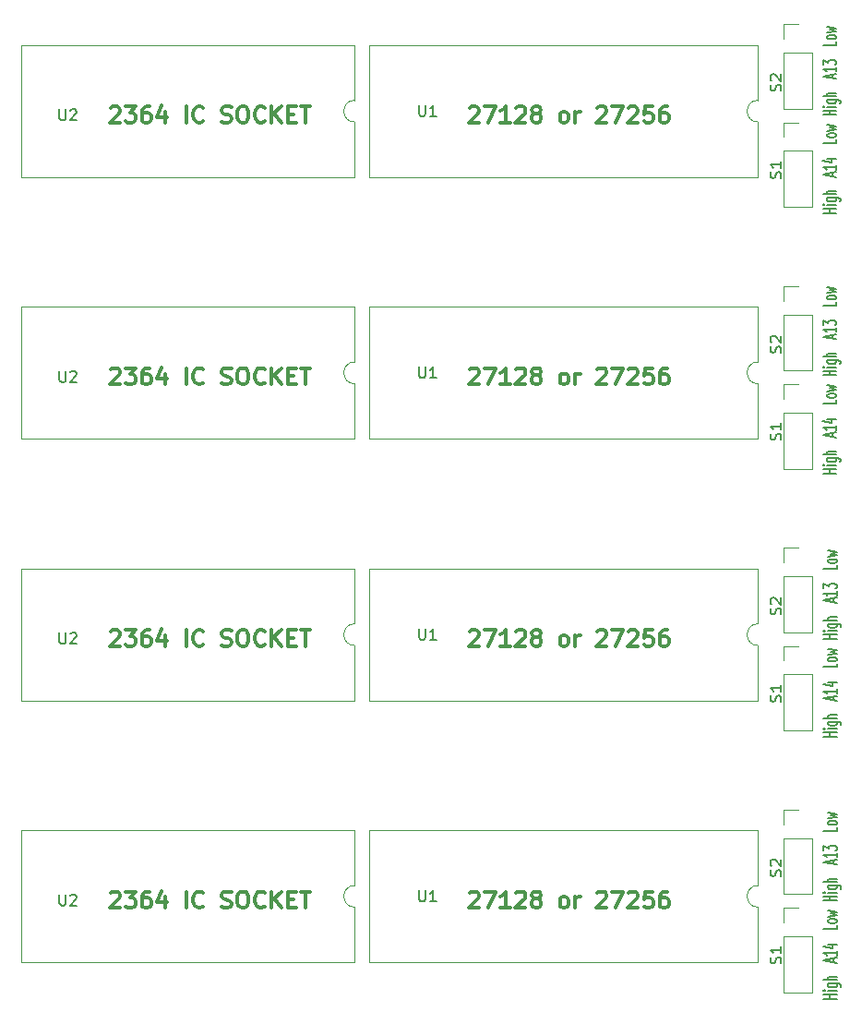
<source format=gto>
G04 #@! TF.GenerationSoftware,KiCad,Pcbnew,(5.1.9)-1*
G04 #@! TF.CreationDate,2022-11-24T18:27:01+09:00*
G04 #@! TF.ProjectId,ROMCHG-PNL,524f4d43-4847-42d5-904e-4c2e6b696361,rev?*
G04 #@! TF.SameCoordinates,PX1c9ea90PY98919e0*
G04 #@! TF.FileFunction,Legend,Top*
G04 #@! TF.FilePolarity,Positive*
%FSLAX46Y46*%
G04 Gerber Fmt 4.6, Leading zero omitted, Abs format (unit mm)*
G04 Created by KiCad (PCBNEW (5.1.9)-1) date 2022-11-24 18:27:01*
%MOMM*%
%LPD*%
G01*
G04 APERTURE LIST*
%ADD10C,0.175000*%
%ADD11C,0.300000*%
%ADD12C,0.120000*%
%ADD13C,0.150000*%
G04 APERTURE END LIST*
D10*
X76488857Y74050000D02*
X75288857Y74050000D01*
X75860285Y74050000D02*
X75860285Y74450000D01*
X76488857Y74450000D02*
X75288857Y74450000D01*
X76488857Y74783334D02*
X75688857Y74783334D01*
X75288857Y74783334D02*
X75346000Y74750000D01*
X75403142Y74783334D01*
X75346000Y74816667D01*
X75288857Y74783334D01*
X75403142Y74783334D01*
X75688857Y75416667D02*
X76660285Y75416667D01*
X76774571Y75383334D01*
X76831714Y75350000D01*
X76888857Y75283334D01*
X76888857Y75183334D01*
X76831714Y75116667D01*
X76431714Y75416667D02*
X76488857Y75350000D01*
X76488857Y75216667D01*
X76431714Y75150000D01*
X76374571Y75116667D01*
X76260285Y75083334D01*
X75917428Y75083334D01*
X75803142Y75116667D01*
X75746000Y75150000D01*
X75688857Y75216667D01*
X75688857Y75350000D01*
X75746000Y75416667D01*
X76488857Y75750000D02*
X75288857Y75750000D01*
X76488857Y76050000D02*
X75860285Y76050000D01*
X75746000Y76016667D01*
X75688857Y75950000D01*
X75688857Y75850000D01*
X75746000Y75783334D01*
X75803142Y75750000D01*
X76146000Y77416667D02*
X76146000Y77750000D01*
X76488857Y77350000D02*
X75288857Y77583334D01*
X76488857Y77816667D01*
X76488857Y78416667D02*
X76488857Y78016667D01*
X76488857Y78216667D02*
X75288857Y78216667D01*
X75460285Y78150000D01*
X75574571Y78083334D01*
X75631714Y78016667D01*
X75688857Y79016667D02*
X76488857Y79016667D01*
X75231714Y78850000D02*
X76088857Y78683334D01*
X76088857Y79116667D01*
X76488857Y80783334D02*
X76488857Y80450000D01*
X75288857Y80450000D01*
X76488857Y81116667D02*
X76431714Y81050000D01*
X76374571Y81016667D01*
X76260285Y80983334D01*
X75917428Y80983334D01*
X75803142Y81016667D01*
X75746000Y81050000D01*
X75688857Y81116667D01*
X75688857Y81216667D01*
X75746000Y81283334D01*
X75803142Y81316667D01*
X75917428Y81350000D01*
X76260285Y81350000D01*
X76374571Y81316667D01*
X76431714Y81283334D01*
X76488857Y81216667D01*
X76488857Y81116667D01*
X75688857Y81583334D02*
X76488857Y81716667D01*
X75917428Y81850000D01*
X76488857Y81983334D01*
X75688857Y82116667D01*
X76488857Y83050000D02*
X75288857Y83050000D01*
X75860285Y83050000D02*
X75860285Y83450000D01*
X76488857Y83450000D02*
X75288857Y83450000D01*
X76488857Y83783334D02*
X75688857Y83783334D01*
X75288857Y83783334D02*
X75346000Y83750000D01*
X75403142Y83783334D01*
X75346000Y83816667D01*
X75288857Y83783334D01*
X75403142Y83783334D01*
X75688857Y84416667D02*
X76660285Y84416667D01*
X76774571Y84383334D01*
X76831714Y84350000D01*
X76888857Y84283334D01*
X76888857Y84183334D01*
X76831714Y84116667D01*
X76431714Y84416667D02*
X76488857Y84350000D01*
X76488857Y84216667D01*
X76431714Y84150000D01*
X76374571Y84116667D01*
X76260285Y84083334D01*
X75917428Y84083334D01*
X75803142Y84116667D01*
X75746000Y84150000D01*
X75688857Y84216667D01*
X75688857Y84350000D01*
X75746000Y84416667D01*
X76488857Y84750000D02*
X75288857Y84750000D01*
X76488857Y85050000D02*
X75860285Y85050000D01*
X75746000Y85016667D01*
X75688857Y84950000D01*
X75688857Y84850000D01*
X75746000Y84783334D01*
X75803142Y84750000D01*
X76146000Y86416667D02*
X76146000Y86750000D01*
X76488857Y86350000D02*
X75288857Y86583334D01*
X76488857Y86816667D01*
X76488857Y87416667D02*
X76488857Y87016667D01*
X76488857Y87216667D02*
X75288857Y87216667D01*
X75460285Y87150000D01*
X75574571Y87083334D01*
X75631714Y87016667D01*
X75288857Y87650000D02*
X75288857Y88083334D01*
X75746000Y87850000D01*
X75746000Y87950000D01*
X75803142Y88016667D01*
X75860285Y88050000D01*
X75974571Y88083334D01*
X76260285Y88083334D01*
X76374571Y88050000D01*
X76431714Y88016667D01*
X76488857Y87950000D01*
X76488857Y87750000D01*
X76431714Y87683334D01*
X76374571Y87650000D01*
X76488857Y89783334D02*
X76488857Y89450000D01*
X75288857Y89450000D01*
X76488857Y90116667D02*
X76431714Y90050000D01*
X76374571Y90016667D01*
X76260285Y89983334D01*
X75917428Y89983334D01*
X75803142Y90016667D01*
X75746000Y90050000D01*
X75688857Y90116667D01*
X75688857Y90216667D01*
X75746000Y90283334D01*
X75803142Y90316667D01*
X75917428Y90350000D01*
X76260285Y90350000D01*
X76374571Y90316667D01*
X76431714Y90283334D01*
X76488857Y90216667D01*
X76488857Y90116667D01*
X75688857Y90583334D02*
X76488857Y90716667D01*
X75917428Y90850000D01*
X76488857Y90983334D01*
X75688857Y91116667D01*
X76488857Y50174000D02*
X75288857Y50174000D01*
X75860285Y50174000D02*
X75860285Y50574000D01*
X76488857Y50574000D02*
X75288857Y50574000D01*
X76488857Y50907334D02*
X75688857Y50907334D01*
X75288857Y50907334D02*
X75346000Y50874000D01*
X75403142Y50907334D01*
X75346000Y50940667D01*
X75288857Y50907334D01*
X75403142Y50907334D01*
X75688857Y51540667D02*
X76660285Y51540667D01*
X76774571Y51507334D01*
X76831714Y51474000D01*
X76888857Y51407334D01*
X76888857Y51307334D01*
X76831714Y51240667D01*
X76431714Y51540667D02*
X76488857Y51474000D01*
X76488857Y51340667D01*
X76431714Y51274000D01*
X76374571Y51240667D01*
X76260285Y51207334D01*
X75917428Y51207334D01*
X75803142Y51240667D01*
X75746000Y51274000D01*
X75688857Y51340667D01*
X75688857Y51474000D01*
X75746000Y51540667D01*
X76488857Y51874000D02*
X75288857Y51874000D01*
X76488857Y52174000D02*
X75860285Y52174000D01*
X75746000Y52140667D01*
X75688857Y52074000D01*
X75688857Y51974000D01*
X75746000Y51907334D01*
X75803142Y51874000D01*
X76146000Y53540667D02*
X76146000Y53874000D01*
X76488857Y53474000D02*
X75288857Y53707334D01*
X76488857Y53940667D01*
X76488857Y54540667D02*
X76488857Y54140667D01*
X76488857Y54340667D02*
X75288857Y54340667D01*
X75460285Y54274000D01*
X75574571Y54207334D01*
X75631714Y54140667D01*
X75688857Y55140667D02*
X76488857Y55140667D01*
X75231714Y54974000D02*
X76088857Y54807334D01*
X76088857Y55240667D01*
X76488857Y56907334D02*
X76488857Y56574000D01*
X75288857Y56574000D01*
X76488857Y57240667D02*
X76431714Y57174000D01*
X76374571Y57140667D01*
X76260285Y57107334D01*
X75917428Y57107334D01*
X75803142Y57140667D01*
X75746000Y57174000D01*
X75688857Y57240667D01*
X75688857Y57340667D01*
X75746000Y57407334D01*
X75803142Y57440667D01*
X75917428Y57474000D01*
X76260285Y57474000D01*
X76374571Y57440667D01*
X76431714Y57407334D01*
X76488857Y57340667D01*
X76488857Y57240667D01*
X75688857Y57707334D02*
X76488857Y57840667D01*
X75917428Y57974000D01*
X76488857Y58107334D01*
X75688857Y58240667D01*
X76488857Y59174000D02*
X75288857Y59174000D01*
X75860285Y59174000D02*
X75860285Y59574000D01*
X76488857Y59574000D02*
X75288857Y59574000D01*
X76488857Y59907334D02*
X75688857Y59907334D01*
X75288857Y59907334D02*
X75346000Y59874000D01*
X75403142Y59907334D01*
X75346000Y59940667D01*
X75288857Y59907334D01*
X75403142Y59907334D01*
X75688857Y60540667D02*
X76660285Y60540667D01*
X76774571Y60507334D01*
X76831714Y60474000D01*
X76888857Y60407334D01*
X76888857Y60307334D01*
X76831714Y60240667D01*
X76431714Y60540667D02*
X76488857Y60474000D01*
X76488857Y60340667D01*
X76431714Y60274000D01*
X76374571Y60240667D01*
X76260285Y60207334D01*
X75917428Y60207334D01*
X75803142Y60240667D01*
X75746000Y60274000D01*
X75688857Y60340667D01*
X75688857Y60474000D01*
X75746000Y60540667D01*
X76488857Y60874000D02*
X75288857Y60874000D01*
X76488857Y61174000D02*
X75860285Y61174000D01*
X75746000Y61140667D01*
X75688857Y61074000D01*
X75688857Y60974000D01*
X75746000Y60907334D01*
X75803142Y60874000D01*
X76146000Y62540667D02*
X76146000Y62874000D01*
X76488857Y62474000D02*
X75288857Y62707334D01*
X76488857Y62940667D01*
X76488857Y63540667D02*
X76488857Y63140667D01*
X76488857Y63340667D02*
X75288857Y63340667D01*
X75460285Y63274000D01*
X75574571Y63207334D01*
X75631714Y63140667D01*
X75288857Y63774000D02*
X75288857Y64207334D01*
X75746000Y63974000D01*
X75746000Y64074000D01*
X75803142Y64140667D01*
X75860285Y64174000D01*
X75974571Y64207334D01*
X76260285Y64207334D01*
X76374571Y64174000D01*
X76431714Y64140667D01*
X76488857Y64074000D01*
X76488857Y63874000D01*
X76431714Y63807334D01*
X76374571Y63774000D01*
X76488857Y65907334D02*
X76488857Y65574000D01*
X75288857Y65574000D01*
X76488857Y66240667D02*
X76431714Y66174000D01*
X76374571Y66140667D01*
X76260285Y66107334D01*
X75917428Y66107334D01*
X75803142Y66140667D01*
X75746000Y66174000D01*
X75688857Y66240667D01*
X75688857Y66340667D01*
X75746000Y66407334D01*
X75803142Y66440667D01*
X75917428Y66474000D01*
X76260285Y66474000D01*
X76374571Y66440667D01*
X76431714Y66407334D01*
X76488857Y66340667D01*
X76488857Y66240667D01*
X75688857Y66707334D02*
X76488857Y66840667D01*
X75917428Y66974000D01*
X76488857Y67107334D01*
X75688857Y67240667D01*
D11*
X42857142Y83678572D02*
X42928571Y83750000D01*
X43071428Y83821429D01*
X43428571Y83821429D01*
X43571428Y83750000D01*
X43642857Y83678572D01*
X43714285Y83535715D01*
X43714285Y83392858D01*
X43642857Y83178572D01*
X42785714Y82321429D01*
X43714285Y82321429D01*
X44214285Y83821429D02*
X45214285Y83821429D01*
X44571428Y82321429D01*
X46571428Y82321429D02*
X45714285Y82321429D01*
X46142857Y82321429D02*
X46142857Y83821429D01*
X46000000Y83607143D01*
X45857142Y83464286D01*
X45714285Y83392858D01*
X47142857Y83678572D02*
X47214285Y83750000D01*
X47357142Y83821429D01*
X47714285Y83821429D01*
X47857142Y83750000D01*
X47928571Y83678572D01*
X48000000Y83535715D01*
X48000000Y83392858D01*
X47928571Y83178572D01*
X47071428Y82321429D01*
X48000000Y82321429D01*
X48857142Y83178572D02*
X48714285Y83250000D01*
X48642857Y83321429D01*
X48571428Y83464286D01*
X48571428Y83535715D01*
X48642857Y83678572D01*
X48714285Y83750000D01*
X48857142Y83821429D01*
X49142857Y83821429D01*
X49285714Y83750000D01*
X49357142Y83678572D01*
X49428571Y83535715D01*
X49428571Y83464286D01*
X49357142Y83321429D01*
X49285714Y83250000D01*
X49142857Y83178572D01*
X48857142Y83178572D01*
X48714285Y83107143D01*
X48642857Y83035715D01*
X48571428Y82892858D01*
X48571428Y82607143D01*
X48642857Y82464286D01*
X48714285Y82392858D01*
X48857142Y82321429D01*
X49142857Y82321429D01*
X49285714Y82392858D01*
X49357142Y82464286D01*
X49428571Y82607143D01*
X49428571Y82892858D01*
X49357142Y83035715D01*
X49285714Y83107143D01*
X49142857Y83178572D01*
X51428571Y82321429D02*
X51285714Y82392858D01*
X51214285Y82464286D01*
X51142857Y82607143D01*
X51142857Y83035715D01*
X51214285Y83178572D01*
X51285714Y83250000D01*
X51428571Y83321429D01*
X51642857Y83321429D01*
X51785714Y83250000D01*
X51857142Y83178572D01*
X51928571Y83035715D01*
X51928571Y82607143D01*
X51857142Y82464286D01*
X51785714Y82392858D01*
X51642857Y82321429D01*
X51428571Y82321429D01*
X52571428Y82321429D02*
X52571428Y83321429D01*
X52571428Y83035715D02*
X52642857Y83178572D01*
X52714285Y83250000D01*
X52857142Y83321429D01*
X53000000Y83321429D01*
X54571428Y83678572D02*
X54642857Y83750000D01*
X54785714Y83821429D01*
X55142857Y83821429D01*
X55285714Y83750000D01*
X55357142Y83678572D01*
X55428571Y83535715D01*
X55428571Y83392858D01*
X55357142Y83178572D01*
X54500000Y82321429D01*
X55428571Y82321429D01*
X55928571Y83821429D02*
X56928571Y83821429D01*
X56285714Y82321429D01*
X57428571Y83678572D02*
X57500000Y83750000D01*
X57642857Y83821429D01*
X58000000Y83821429D01*
X58142857Y83750000D01*
X58214285Y83678572D01*
X58285714Y83535715D01*
X58285714Y83392858D01*
X58214285Y83178572D01*
X57357142Y82321429D01*
X58285714Y82321429D01*
X59642857Y83821429D02*
X58928571Y83821429D01*
X58857142Y83107143D01*
X58928571Y83178572D01*
X59071428Y83250000D01*
X59428571Y83250000D01*
X59571428Y83178572D01*
X59642857Y83107143D01*
X59714285Y82964286D01*
X59714285Y82607143D01*
X59642857Y82464286D01*
X59571428Y82392858D01*
X59428571Y82321429D01*
X59071428Y82321429D01*
X58928571Y82392858D01*
X58857142Y82464286D01*
X61000000Y83821429D02*
X60714285Y83821429D01*
X60571428Y83750000D01*
X60500000Y83678572D01*
X60357142Y83464286D01*
X60285714Y83178572D01*
X60285714Y82607143D01*
X60357142Y82464286D01*
X60428571Y82392858D01*
X60571428Y82321429D01*
X60857142Y82321429D01*
X61000000Y82392858D01*
X61071428Y82464286D01*
X61142857Y82607143D01*
X61142857Y82964286D01*
X61071428Y83107143D01*
X61000000Y83178572D01*
X60857142Y83250000D01*
X60571428Y83250000D01*
X60428571Y83178572D01*
X60357142Y83107143D01*
X60285714Y82964286D01*
X9928571Y83678572D02*
X10000000Y83750000D01*
X10142857Y83821429D01*
X10500000Y83821429D01*
X10642857Y83750000D01*
X10714285Y83678572D01*
X10785714Y83535715D01*
X10785714Y83392858D01*
X10714285Y83178572D01*
X9857142Y82321429D01*
X10785714Y82321429D01*
X11285714Y83821429D02*
X12214285Y83821429D01*
X11714285Y83250000D01*
X11928571Y83250000D01*
X12071428Y83178572D01*
X12142857Y83107143D01*
X12214285Y82964286D01*
X12214285Y82607143D01*
X12142857Y82464286D01*
X12071428Y82392858D01*
X11928571Y82321429D01*
X11500000Y82321429D01*
X11357142Y82392858D01*
X11285714Y82464286D01*
X13500000Y83821429D02*
X13214285Y83821429D01*
X13071428Y83750000D01*
X13000000Y83678572D01*
X12857142Y83464286D01*
X12785714Y83178572D01*
X12785714Y82607143D01*
X12857142Y82464286D01*
X12928571Y82392858D01*
X13071428Y82321429D01*
X13357142Y82321429D01*
X13500000Y82392858D01*
X13571428Y82464286D01*
X13642857Y82607143D01*
X13642857Y82964286D01*
X13571428Y83107143D01*
X13500000Y83178572D01*
X13357142Y83250000D01*
X13071428Y83250000D01*
X12928571Y83178572D01*
X12857142Y83107143D01*
X12785714Y82964286D01*
X14928571Y83321429D02*
X14928571Y82321429D01*
X14571428Y83892858D02*
X14214285Y82821429D01*
X15142857Y82821429D01*
X16857142Y82321429D02*
X16857142Y83821429D01*
X18428571Y82464286D02*
X18357142Y82392858D01*
X18142857Y82321429D01*
X18000000Y82321429D01*
X17785714Y82392858D01*
X17642857Y82535715D01*
X17571428Y82678572D01*
X17500000Y82964286D01*
X17500000Y83178572D01*
X17571428Y83464286D01*
X17642857Y83607143D01*
X17785714Y83750000D01*
X18000000Y83821429D01*
X18142857Y83821429D01*
X18357142Y83750000D01*
X18428571Y83678572D01*
X20142857Y82392858D02*
X20357142Y82321429D01*
X20714285Y82321429D01*
X20857142Y82392858D01*
X20928571Y82464286D01*
X21000000Y82607143D01*
X21000000Y82750000D01*
X20928571Y82892858D01*
X20857142Y82964286D01*
X20714285Y83035715D01*
X20428571Y83107143D01*
X20285714Y83178572D01*
X20214285Y83250000D01*
X20142857Y83392858D01*
X20142857Y83535715D01*
X20214285Y83678572D01*
X20285714Y83750000D01*
X20428571Y83821429D01*
X20785714Y83821429D01*
X21000000Y83750000D01*
X21928571Y83821429D02*
X22214285Y83821429D01*
X22357142Y83750000D01*
X22500000Y83607143D01*
X22571428Y83321429D01*
X22571428Y82821429D01*
X22500000Y82535715D01*
X22357142Y82392858D01*
X22214285Y82321429D01*
X21928571Y82321429D01*
X21785714Y82392858D01*
X21642857Y82535715D01*
X21571428Y82821429D01*
X21571428Y83321429D01*
X21642857Y83607143D01*
X21785714Y83750000D01*
X21928571Y83821429D01*
X24071428Y82464286D02*
X24000000Y82392858D01*
X23785714Y82321429D01*
X23642857Y82321429D01*
X23428571Y82392858D01*
X23285714Y82535715D01*
X23214285Y82678572D01*
X23142857Y82964286D01*
X23142857Y83178572D01*
X23214285Y83464286D01*
X23285714Y83607143D01*
X23428571Y83750000D01*
X23642857Y83821429D01*
X23785714Y83821429D01*
X24000000Y83750000D01*
X24071428Y83678572D01*
X24714285Y82321429D02*
X24714285Y83821429D01*
X25571428Y82321429D02*
X24928571Y83178572D01*
X25571428Y83821429D02*
X24714285Y82964286D01*
X26214285Y83107143D02*
X26714285Y83107143D01*
X26928571Y82321429D02*
X26214285Y82321429D01*
X26214285Y83821429D01*
X26928571Y83821429D01*
X27357142Y83821429D02*
X28214285Y83821429D01*
X27785714Y82321429D02*
X27785714Y83821429D01*
X9928571Y59678572D02*
X10000000Y59750000D01*
X10142857Y59821429D01*
X10500000Y59821429D01*
X10642857Y59750000D01*
X10714285Y59678572D01*
X10785714Y59535715D01*
X10785714Y59392858D01*
X10714285Y59178572D01*
X9857142Y58321429D01*
X10785714Y58321429D01*
X11285714Y59821429D02*
X12214285Y59821429D01*
X11714285Y59250000D01*
X11928571Y59250000D01*
X12071428Y59178572D01*
X12142857Y59107143D01*
X12214285Y58964286D01*
X12214285Y58607143D01*
X12142857Y58464286D01*
X12071428Y58392858D01*
X11928571Y58321429D01*
X11500000Y58321429D01*
X11357142Y58392858D01*
X11285714Y58464286D01*
X13500000Y59821429D02*
X13214285Y59821429D01*
X13071428Y59750000D01*
X13000000Y59678572D01*
X12857142Y59464286D01*
X12785714Y59178572D01*
X12785714Y58607143D01*
X12857142Y58464286D01*
X12928571Y58392858D01*
X13071428Y58321429D01*
X13357142Y58321429D01*
X13500000Y58392858D01*
X13571428Y58464286D01*
X13642857Y58607143D01*
X13642857Y58964286D01*
X13571428Y59107143D01*
X13500000Y59178572D01*
X13357142Y59250000D01*
X13071428Y59250000D01*
X12928571Y59178572D01*
X12857142Y59107143D01*
X12785714Y58964286D01*
X14928571Y59321429D02*
X14928571Y58321429D01*
X14571428Y59892858D02*
X14214285Y58821429D01*
X15142857Y58821429D01*
X16857142Y58321429D02*
X16857142Y59821429D01*
X18428571Y58464286D02*
X18357142Y58392858D01*
X18142857Y58321429D01*
X18000000Y58321429D01*
X17785714Y58392858D01*
X17642857Y58535715D01*
X17571428Y58678572D01*
X17500000Y58964286D01*
X17500000Y59178572D01*
X17571428Y59464286D01*
X17642857Y59607143D01*
X17785714Y59750000D01*
X18000000Y59821429D01*
X18142857Y59821429D01*
X18357142Y59750000D01*
X18428571Y59678572D01*
X20142857Y58392858D02*
X20357142Y58321429D01*
X20714285Y58321429D01*
X20857142Y58392858D01*
X20928571Y58464286D01*
X21000000Y58607143D01*
X21000000Y58750000D01*
X20928571Y58892858D01*
X20857142Y58964286D01*
X20714285Y59035715D01*
X20428571Y59107143D01*
X20285714Y59178572D01*
X20214285Y59250000D01*
X20142857Y59392858D01*
X20142857Y59535715D01*
X20214285Y59678572D01*
X20285714Y59750000D01*
X20428571Y59821429D01*
X20785714Y59821429D01*
X21000000Y59750000D01*
X21928571Y59821429D02*
X22214285Y59821429D01*
X22357142Y59750000D01*
X22500000Y59607143D01*
X22571428Y59321429D01*
X22571428Y58821429D01*
X22500000Y58535715D01*
X22357142Y58392858D01*
X22214285Y58321429D01*
X21928571Y58321429D01*
X21785714Y58392858D01*
X21642857Y58535715D01*
X21571428Y58821429D01*
X21571428Y59321429D01*
X21642857Y59607143D01*
X21785714Y59750000D01*
X21928571Y59821429D01*
X24071428Y58464286D02*
X24000000Y58392858D01*
X23785714Y58321429D01*
X23642857Y58321429D01*
X23428571Y58392858D01*
X23285714Y58535715D01*
X23214285Y58678572D01*
X23142857Y58964286D01*
X23142857Y59178572D01*
X23214285Y59464286D01*
X23285714Y59607143D01*
X23428571Y59750000D01*
X23642857Y59821429D01*
X23785714Y59821429D01*
X24000000Y59750000D01*
X24071428Y59678572D01*
X24714285Y58321429D02*
X24714285Y59821429D01*
X25571428Y58321429D02*
X24928571Y59178572D01*
X25571428Y59821429D02*
X24714285Y58964286D01*
X26214285Y59107143D02*
X26714285Y59107143D01*
X26928571Y58321429D02*
X26214285Y58321429D01*
X26214285Y59821429D01*
X26928571Y59821429D01*
X27357142Y59821429D02*
X28214285Y59821429D01*
X27785714Y58321429D02*
X27785714Y59821429D01*
X42857142Y59678572D02*
X42928571Y59750000D01*
X43071428Y59821429D01*
X43428571Y59821429D01*
X43571428Y59750000D01*
X43642857Y59678572D01*
X43714285Y59535715D01*
X43714285Y59392858D01*
X43642857Y59178572D01*
X42785714Y58321429D01*
X43714285Y58321429D01*
X44214285Y59821429D02*
X45214285Y59821429D01*
X44571428Y58321429D01*
X46571428Y58321429D02*
X45714285Y58321429D01*
X46142857Y58321429D02*
X46142857Y59821429D01*
X46000000Y59607143D01*
X45857142Y59464286D01*
X45714285Y59392858D01*
X47142857Y59678572D02*
X47214285Y59750000D01*
X47357142Y59821429D01*
X47714285Y59821429D01*
X47857142Y59750000D01*
X47928571Y59678572D01*
X48000000Y59535715D01*
X48000000Y59392858D01*
X47928571Y59178572D01*
X47071428Y58321429D01*
X48000000Y58321429D01*
X48857142Y59178572D02*
X48714285Y59250000D01*
X48642857Y59321429D01*
X48571428Y59464286D01*
X48571428Y59535715D01*
X48642857Y59678572D01*
X48714285Y59750000D01*
X48857142Y59821429D01*
X49142857Y59821429D01*
X49285714Y59750000D01*
X49357142Y59678572D01*
X49428571Y59535715D01*
X49428571Y59464286D01*
X49357142Y59321429D01*
X49285714Y59250000D01*
X49142857Y59178572D01*
X48857142Y59178572D01*
X48714285Y59107143D01*
X48642857Y59035715D01*
X48571428Y58892858D01*
X48571428Y58607143D01*
X48642857Y58464286D01*
X48714285Y58392858D01*
X48857142Y58321429D01*
X49142857Y58321429D01*
X49285714Y58392858D01*
X49357142Y58464286D01*
X49428571Y58607143D01*
X49428571Y58892858D01*
X49357142Y59035715D01*
X49285714Y59107143D01*
X49142857Y59178572D01*
X51428571Y58321429D02*
X51285714Y58392858D01*
X51214285Y58464286D01*
X51142857Y58607143D01*
X51142857Y59035715D01*
X51214285Y59178572D01*
X51285714Y59250000D01*
X51428571Y59321429D01*
X51642857Y59321429D01*
X51785714Y59250000D01*
X51857142Y59178572D01*
X51928571Y59035715D01*
X51928571Y58607143D01*
X51857142Y58464286D01*
X51785714Y58392858D01*
X51642857Y58321429D01*
X51428571Y58321429D01*
X52571428Y58321429D02*
X52571428Y59321429D01*
X52571428Y59035715D02*
X52642857Y59178572D01*
X52714285Y59250000D01*
X52857142Y59321429D01*
X53000000Y59321429D01*
X54571428Y59678572D02*
X54642857Y59750000D01*
X54785714Y59821429D01*
X55142857Y59821429D01*
X55285714Y59750000D01*
X55357142Y59678572D01*
X55428571Y59535715D01*
X55428571Y59392858D01*
X55357142Y59178572D01*
X54500000Y58321429D01*
X55428571Y58321429D01*
X55928571Y59821429D02*
X56928571Y59821429D01*
X56285714Y58321429D01*
X57428571Y59678572D02*
X57500000Y59750000D01*
X57642857Y59821429D01*
X58000000Y59821429D01*
X58142857Y59750000D01*
X58214285Y59678572D01*
X58285714Y59535715D01*
X58285714Y59392858D01*
X58214285Y59178572D01*
X57357142Y58321429D01*
X58285714Y58321429D01*
X59642857Y59821429D02*
X58928571Y59821429D01*
X58857142Y59107143D01*
X58928571Y59178572D01*
X59071428Y59250000D01*
X59428571Y59250000D01*
X59571428Y59178572D01*
X59642857Y59107143D01*
X59714285Y58964286D01*
X59714285Y58607143D01*
X59642857Y58464286D01*
X59571428Y58392858D01*
X59428571Y58321429D01*
X59071428Y58321429D01*
X58928571Y58392858D01*
X58857142Y58464286D01*
X61000000Y59821429D02*
X60714285Y59821429D01*
X60571428Y59750000D01*
X60500000Y59678572D01*
X60357142Y59464286D01*
X60285714Y59178572D01*
X60285714Y58607143D01*
X60357142Y58464286D01*
X60428571Y58392858D01*
X60571428Y58321429D01*
X60857142Y58321429D01*
X61000000Y58392858D01*
X61071428Y58464286D01*
X61142857Y58607143D01*
X61142857Y58964286D01*
X61071428Y59107143D01*
X61000000Y59178572D01*
X60857142Y59250000D01*
X60571428Y59250000D01*
X60428571Y59178572D01*
X60357142Y59107143D01*
X60285714Y58964286D01*
X9928571Y35678572D02*
X10000000Y35750000D01*
X10142857Y35821429D01*
X10500000Y35821429D01*
X10642857Y35750000D01*
X10714285Y35678572D01*
X10785714Y35535715D01*
X10785714Y35392858D01*
X10714285Y35178572D01*
X9857142Y34321429D01*
X10785714Y34321429D01*
X11285714Y35821429D02*
X12214285Y35821429D01*
X11714285Y35250000D01*
X11928571Y35250000D01*
X12071428Y35178572D01*
X12142857Y35107143D01*
X12214285Y34964286D01*
X12214285Y34607143D01*
X12142857Y34464286D01*
X12071428Y34392858D01*
X11928571Y34321429D01*
X11500000Y34321429D01*
X11357142Y34392858D01*
X11285714Y34464286D01*
X13500000Y35821429D02*
X13214285Y35821429D01*
X13071428Y35750000D01*
X13000000Y35678572D01*
X12857142Y35464286D01*
X12785714Y35178572D01*
X12785714Y34607143D01*
X12857142Y34464286D01*
X12928571Y34392858D01*
X13071428Y34321429D01*
X13357142Y34321429D01*
X13500000Y34392858D01*
X13571428Y34464286D01*
X13642857Y34607143D01*
X13642857Y34964286D01*
X13571428Y35107143D01*
X13500000Y35178572D01*
X13357142Y35250000D01*
X13071428Y35250000D01*
X12928571Y35178572D01*
X12857142Y35107143D01*
X12785714Y34964286D01*
X14928571Y35321429D02*
X14928571Y34321429D01*
X14571428Y35892858D02*
X14214285Y34821429D01*
X15142857Y34821429D01*
X16857142Y34321429D02*
X16857142Y35821429D01*
X18428571Y34464286D02*
X18357142Y34392858D01*
X18142857Y34321429D01*
X18000000Y34321429D01*
X17785714Y34392858D01*
X17642857Y34535715D01*
X17571428Y34678572D01*
X17500000Y34964286D01*
X17500000Y35178572D01*
X17571428Y35464286D01*
X17642857Y35607143D01*
X17785714Y35750000D01*
X18000000Y35821429D01*
X18142857Y35821429D01*
X18357142Y35750000D01*
X18428571Y35678572D01*
X20142857Y34392858D02*
X20357142Y34321429D01*
X20714285Y34321429D01*
X20857142Y34392858D01*
X20928571Y34464286D01*
X21000000Y34607143D01*
X21000000Y34750000D01*
X20928571Y34892858D01*
X20857142Y34964286D01*
X20714285Y35035715D01*
X20428571Y35107143D01*
X20285714Y35178572D01*
X20214285Y35250000D01*
X20142857Y35392858D01*
X20142857Y35535715D01*
X20214285Y35678572D01*
X20285714Y35750000D01*
X20428571Y35821429D01*
X20785714Y35821429D01*
X21000000Y35750000D01*
X21928571Y35821429D02*
X22214285Y35821429D01*
X22357142Y35750000D01*
X22500000Y35607143D01*
X22571428Y35321429D01*
X22571428Y34821429D01*
X22500000Y34535715D01*
X22357142Y34392858D01*
X22214285Y34321429D01*
X21928571Y34321429D01*
X21785714Y34392858D01*
X21642857Y34535715D01*
X21571428Y34821429D01*
X21571428Y35321429D01*
X21642857Y35607143D01*
X21785714Y35750000D01*
X21928571Y35821429D01*
X24071428Y34464286D02*
X24000000Y34392858D01*
X23785714Y34321429D01*
X23642857Y34321429D01*
X23428571Y34392858D01*
X23285714Y34535715D01*
X23214285Y34678572D01*
X23142857Y34964286D01*
X23142857Y35178572D01*
X23214285Y35464286D01*
X23285714Y35607143D01*
X23428571Y35750000D01*
X23642857Y35821429D01*
X23785714Y35821429D01*
X24000000Y35750000D01*
X24071428Y35678572D01*
X24714285Y34321429D02*
X24714285Y35821429D01*
X25571428Y34321429D02*
X24928571Y35178572D01*
X25571428Y35821429D02*
X24714285Y34964286D01*
X26214285Y35107143D02*
X26714285Y35107143D01*
X26928571Y34321429D02*
X26214285Y34321429D01*
X26214285Y35821429D01*
X26928571Y35821429D01*
X27357142Y35821429D02*
X28214285Y35821429D01*
X27785714Y34321429D02*
X27785714Y35821429D01*
X42857142Y35678572D02*
X42928571Y35750000D01*
X43071428Y35821429D01*
X43428571Y35821429D01*
X43571428Y35750000D01*
X43642857Y35678572D01*
X43714285Y35535715D01*
X43714285Y35392858D01*
X43642857Y35178572D01*
X42785714Y34321429D01*
X43714285Y34321429D01*
X44214285Y35821429D02*
X45214285Y35821429D01*
X44571428Y34321429D01*
X46571428Y34321429D02*
X45714285Y34321429D01*
X46142857Y34321429D02*
X46142857Y35821429D01*
X46000000Y35607143D01*
X45857142Y35464286D01*
X45714285Y35392858D01*
X47142857Y35678572D02*
X47214285Y35750000D01*
X47357142Y35821429D01*
X47714285Y35821429D01*
X47857142Y35750000D01*
X47928571Y35678572D01*
X48000000Y35535715D01*
X48000000Y35392858D01*
X47928571Y35178572D01*
X47071428Y34321429D01*
X48000000Y34321429D01*
X48857142Y35178572D02*
X48714285Y35250000D01*
X48642857Y35321429D01*
X48571428Y35464286D01*
X48571428Y35535715D01*
X48642857Y35678572D01*
X48714285Y35750000D01*
X48857142Y35821429D01*
X49142857Y35821429D01*
X49285714Y35750000D01*
X49357142Y35678572D01*
X49428571Y35535715D01*
X49428571Y35464286D01*
X49357142Y35321429D01*
X49285714Y35250000D01*
X49142857Y35178572D01*
X48857142Y35178572D01*
X48714285Y35107143D01*
X48642857Y35035715D01*
X48571428Y34892858D01*
X48571428Y34607143D01*
X48642857Y34464286D01*
X48714285Y34392858D01*
X48857142Y34321429D01*
X49142857Y34321429D01*
X49285714Y34392858D01*
X49357142Y34464286D01*
X49428571Y34607143D01*
X49428571Y34892858D01*
X49357142Y35035715D01*
X49285714Y35107143D01*
X49142857Y35178572D01*
X51428571Y34321429D02*
X51285714Y34392858D01*
X51214285Y34464286D01*
X51142857Y34607143D01*
X51142857Y35035715D01*
X51214285Y35178572D01*
X51285714Y35250000D01*
X51428571Y35321429D01*
X51642857Y35321429D01*
X51785714Y35250000D01*
X51857142Y35178572D01*
X51928571Y35035715D01*
X51928571Y34607143D01*
X51857142Y34464286D01*
X51785714Y34392858D01*
X51642857Y34321429D01*
X51428571Y34321429D01*
X52571428Y34321429D02*
X52571428Y35321429D01*
X52571428Y35035715D02*
X52642857Y35178572D01*
X52714285Y35250000D01*
X52857142Y35321429D01*
X53000000Y35321429D01*
X54571428Y35678572D02*
X54642857Y35750000D01*
X54785714Y35821429D01*
X55142857Y35821429D01*
X55285714Y35750000D01*
X55357142Y35678572D01*
X55428571Y35535715D01*
X55428571Y35392858D01*
X55357142Y35178572D01*
X54500000Y34321429D01*
X55428571Y34321429D01*
X55928571Y35821429D02*
X56928571Y35821429D01*
X56285714Y34321429D01*
X57428571Y35678572D02*
X57500000Y35750000D01*
X57642857Y35821429D01*
X58000000Y35821429D01*
X58142857Y35750000D01*
X58214285Y35678572D01*
X58285714Y35535715D01*
X58285714Y35392858D01*
X58214285Y35178572D01*
X57357142Y34321429D01*
X58285714Y34321429D01*
X59642857Y35821429D02*
X58928571Y35821429D01*
X58857142Y35107143D01*
X58928571Y35178572D01*
X59071428Y35250000D01*
X59428571Y35250000D01*
X59571428Y35178572D01*
X59642857Y35107143D01*
X59714285Y34964286D01*
X59714285Y34607143D01*
X59642857Y34464286D01*
X59571428Y34392858D01*
X59428571Y34321429D01*
X59071428Y34321429D01*
X58928571Y34392858D01*
X58857142Y34464286D01*
X61000000Y35821429D02*
X60714285Y35821429D01*
X60571428Y35750000D01*
X60500000Y35678572D01*
X60357142Y35464286D01*
X60285714Y35178572D01*
X60285714Y34607143D01*
X60357142Y34464286D01*
X60428571Y34392858D01*
X60571428Y34321429D01*
X60857142Y34321429D01*
X61000000Y34392858D01*
X61071428Y34464286D01*
X61142857Y34607143D01*
X61142857Y34964286D01*
X61071428Y35107143D01*
X61000000Y35178572D01*
X60857142Y35250000D01*
X60571428Y35250000D01*
X60428571Y35178572D01*
X60357142Y35107143D01*
X60285714Y34964286D01*
D10*
X76542857Y35000000D02*
X75342857Y35000000D01*
X75914285Y35000000D02*
X75914285Y35400000D01*
X76542857Y35400000D02*
X75342857Y35400000D01*
X76542857Y35733334D02*
X75742857Y35733334D01*
X75342857Y35733334D02*
X75400000Y35700000D01*
X75457142Y35733334D01*
X75400000Y35766667D01*
X75342857Y35733334D01*
X75457142Y35733334D01*
X75742857Y36366667D02*
X76714285Y36366667D01*
X76828571Y36333334D01*
X76885714Y36300000D01*
X76942857Y36233334D01*
X76942857Y36133334D01*
X76885714Y36066667D01*
X76485714Y36366667D02*
X76542857Y36300000D01*
X76542857Y36166667D01*
X76485714Y36100000D01*
X76428571Y36066667D01*
X76314285Y36033334D01*
X75971428Y36033334D01*
X75857142Y36066667D01*
X75800000Y36100000D01*
X75742857Y36166667D01*
X75742857Y36300000D01*
X75800000Y36366667D01*
X76542857Y36700000D02*
X75342857Y36700000D01*
X76542857Y37000000D02*
X75914285Y37000000D01*
X75800000Y36966667D01*
X75742857Y36900000D01*
X75742857Y36800000D01*
X75800000Y36733334D01*
X75857142Y36700000D01*
X76200000Y38366667D02*
X76200000Y38700000D01*
X76542857Y38300000D02*
X75342857Y38533334D01*
X76542857Y38766667D01*
X76542857Y39366667D02*
X76542857Y38966667D01*
X76542857Y39166667D02*
X75342857Y39166667D01*
X75514285Y39100000D01*
X75628571Y39033334D01*
X75685714Y38966667D01*
X75342857Y39600000D02*
X75342857Y40033334D01*
X75800000Y39800000D01*
X75800000Y39900000D01*
X75857142Y39966667D01*
X75914285Y40000000D01*
X76028571Y40033334D01*
X76314285Y40033334D01*
X76428571Y40000000D01*
X76485714Y39966667D01*
X76542857Y39900000D01*
X76542857Y39700000D01*
X76485714Y39633334D01*
X76428571Y39600000D01*
X76542857Y41733334D02*
X76542857Y41400000D01*
X75342857Y41400000D01*
X76542857Y42066667D02*
X76485714Y42000000D01*
X76428571Y41966667D01*
X76314285Y41933334D01*
X75971428Y41933334D01*
X75857142Y41966667D01*
X75800000Y42000000D01*
X75742857Y42066667D01*
X75742857Y42166667D01*
X75800000Y42233334D01*
X75857142Y42266667D01*
X75971428Y42300000D01*
X76314285Y42300000D01*
X76428571Y42266667D01*
X76485714Y42233334D01*
X76542857Y42166667D01*
X76542857Y42066667D01*
X75742857Y42533334D02*
X76542857Y42666667D01*
X75971428Y42800000D01*
X76542857Y42933334D01*
X75742857Y43066667D01*
X76542857Y26000000D02*
X75342857Y26000000D01*
X75914285Y26000000D02*
X75914285Y26400000D01*
X76542857Y26400000D02*
X75342857Y26400000D01*
X76542857Y26733334D02*
X75742857Y26733334D01*
X75342857Y26733334D02*
X75400000Y26700000D01*
X75457142Y26733334D01*
X75400000Y26766667D01*
X75342857Y26733334D01*
X75457142Y26733334D01*
X75742857Y27366667D02*
X76714285Y27366667D01*
X76828571Y27333334D01*
X76885714Y27300000D01*
X76942857Y27233334D01*
X76942857Y27133334D01*
X76885714Y27066667D01*
X76485714Y27366667D02*
X76542857Y27300000D01*
X76542857Y27166667D01*
X76485714Y27100000D01*
X76428571Y27066667D01*
X76314285Y27033334D01*
X75971428Y27033334D01*
X75857142Y27066667D01*
X75800000Y27100000D01*
X75742857Y27166667D01*
X75742857Y27300000D01*
X75800000Y27366667D01*
X76542857Y27700000D02*
X75342857Y27700000D01*
X76542857Y28000000D02*
X75914285Y28000000D01*
X75800000Y27966667D01*
X75742857Y27900000D01*
X75742857Y27800000D01*
X75800000Y27733334D01*
X75857142Y27700000D01*
X76200000Y29366667D02*
X76200000Y29700000D01*
X76542857Y29300000D02*
X75342857Y29533334D01*
X76542857Y29766667D01*
X76542857Y30366667D02*
X76542857Y29966667D01*
X76542857Y30166667D02*
X75342857Y30166667D01*
X75514285Y30100000D01*
X75628571Y30033334D01*
X75685714Y29966667D01*
X75742857Y30966667D02*
X76542857Y30966667D01*
X75285714Y30800000D02*
X76142857Y30633334D01*
X76142857Y31066667D01*
X76542857Y32733334D02*
X76542857Y32400000D01*
X75342857Y32400000D01*
X76542857Y33066667D02*
X76485714Y33000000D01*
X76428571Y32966667D01*
X76314285Y32933334D01*
X75971428Y32933334D01*
X75857142Y32966667D01*
X75800000Y33000000D01*
X75742857Y33066667D01*
X75742857Y33166667D01*
X75800000Y33233334D01*
X75857142Y33266667D01*
X75971428Y33300000D01*
X76314285Y33300000D01*
X76428571Y33266667D01*
X76485714Y33233334D01*
X76542857Y33166667D01*
X76542857Y33066667D01*
X75742857Y33533334D02*
X76542857Y33666667D01*
X75971428Y33800000D01*
X76542857Y33933334D01*
X75742857Y34066667D01*
X76542857Y2000000D02*
X75342857Y2000000D01*
X75914285Y2000000D02*
X75914285Y2400000D01*
X76542857Y2400000D02*
X75342857Y2400000D01*
X76542857Y2733334D02*
X75742857Y2733334D01*
X75342857Y2733334D02*
X75400000Y2700000D01*
X75457142Y2733334D01*
X75400000Y2766667D01*
X75342857Y2733334D01*
X75457142Y2733334D01*
X75742857Y3366667D02*
X76714285Y3366667D01*
X76828571Y3333334D01*
X76885714Y3300000D01*
X76942857Y3233334D01*
X76942857Y3133334D01*
X76885714Y3066667D01*
X76485714Y3366667D02*
X76542857Y3300000D01*
X76542857Y3166667D01*
X76485714Y3100000D01*
X76428571Y3066667D01*
X76314285Y3033334D01*
X75971428Y3033334D01*
X75857142Y3066667D01*
X75800000Y3100000D01*
X75742857Y3166667D01*
X75742857Y3300000D01*
X75800000Y3366667D01*
X76542857Y3700000D02*
X75342857Y3700000D01*
X76542857Y4000000D02*
X75914285Y4000000D01*
X75800000Y3966667D01*
X75742857Y3900000D01*
X75742857Y3800000D01*
X75800000Y3733334D01*
X75857142Y3700000D01*
X76200000Y5366667D02*
X76200000Y5700000D01*
X76542857Y5300000D02*
X75342857Y5533334D01*
X76542857Y5766667D01*
X76542857Y6366667D02*
X76542857Y5966667D01*
X76542857Y6166667D02*
X75342857Y6166667D01*
X75514285Y6100000D01*
X75628571Y6033334D01*
X75685714Y5966667D01*
X75742857Y6966667D02*
X76542857Y6966667D01*
X75285714Y6800000D02*
X76142857Y6633334D01*
X76142857Y7066667D01*
X76542857Y8733334D02*
X76542857Y8400000D01*
X75342857Y8400000D01*
X76542857Y9066667D02*
X76485714Y9000000D01*
X76428571Y8966667D01*
X76314285Y8933334D01*
X75971428Y8933334D01*
X75857142Y8966667D01*
X75800000Y9000000D01*
X75742857Y9066667D01*
X75742857Y9166667D01*
X75800000Y9233334D01*
X75857142Y9266667D01*
X75971428Y9300000D01*
X76314285Y9300000D01*
X76428571Y9266667D01*
X76485714Y9233334D01*
X76542857Y9166667D01*
X76542857Y9066667D01*
X75742857Y9533334D02*
X76542857Y9666667D01*
X75971428Y9800000D01*
X76542857Y9933334D01*
X75742857Y10066667D01*
X76542857Y11000000D02*
X75342857Y11000000D01*
X75914285Y11000000D02*
X75914285Y11400000D01*
X76542857Y11400000D02*
X75342857Y11400000D01*
X76542857Y11733334D02*
X75742857Y11733334D01*
X75342857Y11733334D02*
X75400000Y11700000D01*
X75457142Y11733334D01*
X75400000Y11766667D01*
X75342857Y11733334D01*
X75457142Y11733334D01*
X75742857Y12366667D02*
X76714285Y12366667D01*
X76828571Y12333334D01*
X76885714Y12300000D01*
X76942857Y12233334D01*
X76942857Y12133334D01*
X76885714Y12066667D01*
X76485714Y12366667D02*
X76542857Y12300000D01*
X76542857Y12166667D01*
X76485714Y12100000D01*
X76428571Y12066667D01*
X76314285Y12033334D01*
X75971428Y12033334D01*
X75857142Y12066667D01*
X75800000Y12100000D01*
X75742857Y12166667D01*
X75742857Y12300000D01*
X75800000Y12366667D01*
X76542857Y12700000D02*
X75342857Y12700000D01*
X76542857Y13000000D02*
X75914285Y13000000D01*
X75800000Y12966667D01*
X75742857Y12900000D01*
X75742857Y12800000D01*
X75800000Y12733334D01*
X75857142Y12700000D01*
X76200000Y14366667D02*
X76200000Y14700000D01*
X76542857Y14300000D02*
X75342857Y14533334D01*
X76542857Y14766667D01*
X76542857Y15366667D02*
X76542857Y14966667D01*
X76542857Y15166667D02*
X75342857Y15166667D01*
X75514285Y15100000D01*
X75628571Y15033334D01*
X75685714Y14966667D01*
X75342857Y15600000D02*
X75342857Y16033334D01*
X75800000Y15800000D01*
X75800000Y15900000D01*
X75857142Y15966667D01*
X75914285Y16000000D01*
X76028571Y16033334D01*
X76314285Y16033334D01*
X76428571Y16000000D01*
X76485714Y15966667D01*
X76542857Y15900000D01*
X76542857Y15700000D01*
X76485714Y15633334D01*
X76428571Y15600000D01*
X76542857Y17733334D02*
X76542857Y17400000D01*
X75342857Y17400000D01*
X76542857Y18066667D02*
X76485714Y18000000D01*
X76428571Y17966667D01*
X76314285Y17933334D01*
X75971428Y17933334D01*
X75857142Y17966667D01*
X75800000Y18000000D01*
X75742857Y18066667D01*
X75742857Y18166667D01*
X75800000Y18233334D01*
X75857142Y18266667D01*
X75971428Y18300000D01*
X76314285Y18300000D01*
X76428571Y18266667D01*
X76485714Y18233334D01*
X76542857Y18166667D01*
X76542857Y18066667D01*
X75742857Y18533334D02*
X76542857Y18666667D01*
X75971428Y18800000D01*
X76542857Y18933334D01*
X75742857Y19066667D01*
D11*
X42857142Y11678572D02*
X42928571Y11750000D01*
X43071428Y11821429D01*
X43428571Y11821429D01*
X43571428Y11750000D01*
X43642857Y11678572D01*
X43714285Y11535715D01*
X43714285Y11392858D01*
X43642857Y11178572D01*
X42785714Y10321429D01*
X43714285Y10321429D01*
X44214285Y11821429D02*
X45214285Y11821429D01*
X44571428Y10321429D01*
X46571428Y10321429D02*
X45714285Y10321429D01*
X46142857Y10321429D02*
X46142857Y11821429D01*
X46000000Y11607143D01*
X45857142Y11464286D01*
X45714285Y11392858D01*
X47142857Y11678572D02*
X47214285Y11750000D01*
X47357142Y11821429D01*
X47714285Y11821429D01*
X47857142Y11750000D01*
X47928571Y11678572D01*
X48000000Y11535715D01*
X48000000Y11392858D01*
X47928571Y11178572D01*
X47071428Y10321429D01*
X48000000Y10321429D01*
X48857142Y11178572D02*
X48714285Y11250000D01*
X48642857Y11321429D01*
X48571428Y11464286D01*
X48571428Y11535715D01*
X48642857Y11678572D01*
X48714285Y11750000D01*
X48857142Y11821429D01*
X49142857Y11821429D01*
X49285714Y11750000D01*
X49357142Y11678572D01*
X49428571Y11535715D01*
X49428571Y11464286D01*
X49357142Y11321429D01*
X49285714Y11250000D01*
X49142857Y11178572D01*
X48857142Y11178572D01*
X48714285Y11107143D01*
X48642857Y11035715D01*
X48571428Y10892858D01*
X48571428Y10607143D01*
X48642857Y10464286D01*
X48714285Y10392858D01*
X48857142Y10321429D01*
X49142857Y10321429D01*
X49285714Y10392858D01*
X49357142Y10464286D01*
X49428571Y10607143D01*
X49428571Y10892858D01*
X49357142Y11035715D01*
X49285714Y11107143D01*
X49142857Y11178572D01*
X51428571Y10321429D02*
X51285714Y10392858D01*
X51214285Y10464286D01*
X51142857Y10607143D01*
X51142857Y11035715D01*
X51214285Y11178572D01*
X51285714Y11250000D01*
X51428571Y11321429D01*
X51642857Y11321429D01*
X51785714Y11250000D01*
X51857142Y11178572D01*
X51928571Y11035715D01*
X51928571Y10607143D01*
X51857142Y10464286D01*
X51785714Y10392858D01*
X51642857Y10321429D01*
X51428571Y10321429D01*
X52571428Y10321429D02*
X52571428Y11321429D01*
X52571428Y11035715D02*
X52642857Y11178572D01*
X52714285Y11250000D01*
X52857142Y11321429D01*
X53000000Y11321429D01*
X54571428Y11678572D02*
X54642857Y11750000D01*
X54785714Y11821429D01*
X55142857Y11821429D01*
X55285714Y11750000D01*
X55357142Y11678572D01*
X55428571Y11535715D01*
X55428571Y11392858D01*
X55357142Y11178572D01*
X54500000Y10321429D01*
X55428571Y10321429D01*
X55928571Y11821429D02*
X56928571Y11821429D01*
X56285714Y10321429D01*
X57428571Y11678572D02*
X57500000Y11750000D01*
X57642857Y11821429D01*
X58000000Y11821429D01*
X58142857Y11750000D01*
X58214285Y11678572D01*
X58285714Y11535715D01*
X58285714Y11392858D01*
X58214285Y11178572D01*
X57357142Y10321429D01*
X58285714Y10321429D01*
X59642857Y11821429D02*
X58928571Y11821429D01*
X58857142Y11107143D01*
X58928571Y11178572D01*
X59071428Y11250000D01*
X59428571Y11250000D01*
X59571428Y11178572D01*
X59642857Y11107143D01*
X59714285Y10964286D01*
X59714285Y10607143D01*
X59642857Y10464286D01*
X59571428Y10392858D01*
X59428571Y10321429D01*
X59071428Y10321429D01*
X58928571Y10392858D01*
X58857142Y10464286D01*
X61000000Y11821429D02*
X60714285Y11821429D01*
X60571428Y11750000D01*
X60500000Y11678572D01*
X60357142Y11464286D01*
X60285714Y11178572D01*
X60285714Y10607143D01*
X60357142Y10464286D01*
X60428571Y10392858D01*
X60571428Y10321429D01*
X60857142Y10321429D01*
X61000000Y10392858D01*
X61071428Y10464286D01*
X61142857Y10607143D01*
X61142857Y10964286D01*
X61071428Y11107143D01*
X61000000Y11178572D01*
X60857142Y11250000D01*
X60571428Y11250000D01*
X60428571Y11178572D01*
X60357142Y11107143D01*
X60285714Y10964286D01*
X9928571Y11678572D02*
X10000000Y11750000D01*
X10142857Y11821429D01*
X10500000Y11821429D01*
X10642857Y11750000D01*
X10714285Y11678572D01*
X10785714Y11535715D01*
X10785714Y11392858D01*
X10714285Y11178572D01*
X9857142Y10321429D01*
X10785714Y10321429D01*
X11285714Y11821429D02*
X12214285Y11821429D01*
X11714285Y11250000D01*
X11928571Y11250000D01*
X12071428Y11178572D01*
X12142857Y11107143D01*
X12214285Y10964286D01*
X12214285Y10607143D01*
X12142857Y10464286D01*
X12071428Y10392858D01*
X11928571Y10321429D01*
X11500000Y10321429D01*
X11357142Y10392858D01*
X11285714Y10464286D01*
X13500000Y11821429D02*
X13214285Y11821429D01*
X13071428Y11750000D01*
X13000000Y11678572D01*
X12857142Y11464286D01*
X12785714Y11178572D01*
X12785714Y10607143D01*
X12857142Y10464286D01*
X12928571Y10392858D01*
X13071428Y10321429D01*
X13357142Y10321429D01*
X13500000Y10392858D01*
X13571428Y10464286D01*
X13642857Y10607143D01*
X13642857Y10964286D01*
X13571428Y11107143D01*
X13500000Y11178572D01*
X13357142Y11250000D01*
X13071428Y11250000D01*
X12928571Y11178572D01*
X12857142Y11107143D01*
X12785714Y10964286D01*
X14928571Y11321429D02*
X14928571Y10321429D01*
X14571428Y11892858D02*
X14214285Y10821429D01*
X15142857Y10821429D01*
X16857142Y10321429D02*
X16857142Y11821429D01*
X18428571Y10464286D02*
X18357142Y10392858D01*
X18142857Y10321429D01*
X18000000Y10321429D01*
X17785714Y10392858D01*
X17642857Y10535715D01*
X17571428Y10678572D01*
X17500000Y10964286D01*
X17500000Y11178572D01*
X17571428Y11464286D01*
X17642857Y11607143D01*
X17785714Y11750000D01*
X18000000Y11821429D01*
X18142857Y11821429D01*
X18357142Y11750000D01*
X18428571Y11678572D01*
X20142857Y10392858D02*
X20357142Y10321429D01*
X20714285Y10321429D01*
X20857142Y10392858D01*
X20928571Y10464286D01*
X21000000Y10607143D01*
X21000000Y10750000D01*
X20928571Y10892858D01*
X20857142Y10964286D01*
X20714285Y11035715D01*
X20428571Y11107143D01*
X20285714Y11178572D01*
X20214285Y11250000D01*
X20142857Y11392858D01*
X20142857Y11535715D01*
X20214285Y11678572D01*
X20285714Y11750000D01*
X20428571Y11821429D01*
X20785714Y11821429D01*
X21000000Y11750000D01*
X21928571Y11821429D02*
X22214285Y11821429D01*
X22357142Y11750000D01*
X22500000Y11607143D01*
X22571428Y11321429D01*
X22571428Y10821429D01*
X22500000Y10535715D01*
X22357142Y10392858D01*
X22214285Y10321429D01*
X21928571Y10321429D01*
X21785714Y10392858D01*
X21642857Y10535715D01*
X21571428Y10821429D01*
X21571428Y11321429D01*
X21642857Y11607143D01*
X21785714Y11750000D01*
X21928571Y11821429D01*
X24071428Y10464286D02*
X24000000Y10392858D01*
X23785714Y10321429D01*
X23642857Y10321429D01*
X23428571Y10392858D01*
X23285714Y10535715D01*
X23214285Y10678572D01*
X23142857Y10964286D01*
X23142857Y11178572D01*
X23214285Y11464286D01*
X23285714Y11607143D01*
X23428571Y11750000D01*
X23642857Y11821429D01*
X23785714Y11821429D01*
X24000000Y11750000D01*
X24071428Y11678572D01*
X24714285Y10321429D02*
X24714285Y11821429D01*
X25571428Y10321429D02*
X24928571Y11178572D01*
X25571428Y11821429D02*
X24714285Y10964286D01*
X26214285Y11107143D02*
X26714285Y11107143D01*
X26928571Y10321429D02*
X26214285Y10321429D01*
X26214285Y11821429D01*
X26928571Y11821429D01*
X27357142Y11821429D02*
X28214285Y11821429D01*
X27785714Y10321429D02*
X27785714Y11821429D01*
D12*
X71670000Y74590000D02*
X74330000Y74590000D01*
X71670000Y79730000D02*
X71670000Y74590000D01*
X74330000Y79730000D02*
X74330000Y74590000D01*
X71670000Y79730000D02*
X74330000Y79730000D01*
X71670000Y81000000D02*
X71670000Y82330000D01*
X71670000Y82330000D02*
X73000000Y82330000D01*
X71670000Y91330000D02*
X73000000Y91330000D01*
X71670000Y90000000D02*
X71670000Y91330000D01*
X71670000Y88730000D02*
X74330000Y88730000D01*
X74330000Y88730000D02*
X74330000Y83590000D01*
X71670000Y88730000D02*
X71670000Y83590000D01*
X71670000Y83590000D02*
X74330000Y83590000D01*
X69330000Y77320000D02*
X69330000Y82380000D01*
X33650000Y77320000D02*
X69330000Y77320000D01*
X33650000Y89440000D02*
X33650000Y77320000D01*
X69330000Y89440000D02*
X33650000Y89440000D01*
X69330000Y84380000D02*
X69330000Y89440000D01*
X69330000Y82380000D02*
G75*
G02*
X69330000Y84380000I0J1000000D01*
G01*
X32330000Y77320000D02*
X32330000Y82380000D01*
X1730000Y77320000D02*
X32330000Y77320000D01*
X1730000Y89440000D02*
X1730000Y77320000D01*
X32330000Y89440000D02*
X1730000Y89440000D01*
X32330000Y84380000D02*
X32330000Y89440000D01*
X32330000Y82380000D02*
G75*
G02*
X32330000Y84380000I0J1000000D01*
G01*
X32330000Y60380000D02*
X32330000Y65440000D01*
X32330000Y65440000D02*
X1730000Y65440000D01*
X1730000Y65440000D02*
X1730000Y53320000D01*
X1730000Y53320000D02*
X32330000Y53320000D01*
X32330000Y53320000D02*
X32330000Y58380000D01*
X32330000Y58380000D02*
G75*
G02*
X32330000Y60380000I0J1000000D01*
G01*
X69330000Y60380000D02*
X69330000Y65440000D01*
X69330000Y65440000D02*
X33650000Y65440000D01*
X33650000Y65440000D02*
X33650000Y53320000D01*
X33650000Y53320000D02*
X69330000Y53320000D01*
X69330000Y53320000D02*
X69330000Y58380000D01*
X69330000Y58380000D02*
G75*
G02*
X69330000Y60380000I0J1000000D01*
G01*
X71670000Y59590000D02*
X74330000Y59590000D01*
X71670000Y64730000D02*
X71670000Y59590000D01*
X74330000Y64730000D02*
X74330000Y59590000D01*
X71670000Y64730000D02*
X74330000Y64730000D01*
X71670000Y66000000D02*
X71670000Y67330000D01*
X71670000Y67330000D02*
X73000000Y67330000D01*
X71670000Y58330000D02*
X73000000Y58330000D01*
X71670000Y57000000D02*
X71670000Y58330000D01*
X71670000Y55730000D02*
X74330000Y55730000D01*
X74330000Y55730000D02*
X74330000Y50590000D01*
X71670000Y55730000D02*
X71670000Y50590000D01*
X71670000Y50590000D02*
X74330000Y50590000D01*
X32330000Y36380000D02*
X32330000Y41440000D01*
X32330000Y41440000D02*
X1730000Y41440000D01*
X1730000Y41440000D02*
X1730000Y29320000D01*
X1730000Y29320000D02*
X32330000Y29320000D01*
X32330000Y29320000D02*
X32330000Y34380000D01*
X32330000Y34380000D02*
G75*
G02*
X32330000Y36380000I0J1000000D01*
G01*
X69330000Y36380000D02*
X69330000Y41440000D01*
X69330000Y41440000D02*
X33650000Y41440000D01*
X33650000Y41440000D02*
X33650000Y29320000D01*
X33650000Y29320000D02*
X69330000Y29320000D01*
X69330000Y29320000D02*
X69330000Y34380000D01*
X69330000Y34380000D02*
G75*
G02*
X69330000Y36380000I0J1000000D01*
G01*
X71670000Y35590000D02*
X74330000Y35590000D01*
X71670000Y40730000D02*
X71670000Y35590000D01*
X74330000Y40730000D02*
X74330000Y35590000D01*
X71670000Y40730000D02*
X74330000Y40730000D01*
X71670000Y42000000D02*
X71670000Y43330000D01*
X71670000Y43330000D02*
X73000000Y43330000D01*
X71670000Y34330000D02*
X73000000Y34330000D01*
X71670000Y33000000D02*
X71670000Y34330000D01*
X71670000Y31730000D02*
X74330000Y31730000D01*
X74330000Y31730000D02*
X74330000Y26590000D01*
X71670000Y31730000D02*
X71670000Y26590000D01*
X71670000Y26590000D02*
X74330000Y26590000D01*
X71670000Y2590000D02*
X74330000Y2590000D01*
X71670000Y7730000D02*
X71670000Y2590000D01*
X74330000Y7730000D02*
X74330000Y2590000D01*
X71670000Y7730000D02*
X74330000Y7730000D01*
X71670000Y9000000D02*
X71670000Y10330000D01*
X71670000Y10330000D02*
X73000000Y10330000D01*
X71670000Y19330000D02*
X73000000Y19330000D01*
X71670000Y18000000D02*
X71670000Y19330000D01*
X71670000Y16730000D02*
X74330000Y16730000D01*
X74330000Y16730000D02*
X74330000Y11590000D01*
X71670000Y16730000D02*
X71670000Y11590000D01*
X71670000Y11590000D02*
X74330000Y11590000D01*
X69330000Y5320000D02*
X69330000Y10380000D01*
X33650000Y5320000D02*
X69330000Y5320000D01*
X33650000Y17440000D02*
X33650000Y5320000D01*
X69330000Y17440000D02*
X33650000Y17440000D01*
X69330000Y12380000D02*
X69330000Y17440000D01*
X69330000Y10380000D02*
G75*
G02*
X69330000Y12380000I0J1000000D01*
G01*
X32330000Y5320000D02*
X32330000Y10380000D01*
X1730000Y5320000D02*
X32330000Y5320000D01*
X1730000Y17440000D02*
X1730000Y5320000D01*
X32330000Y17440000D02*
X1730000Y17440000D01*
X32330000Y12380000D02*
X32330000Y17440000D01*
X32330000Y10380000D02*
G75*
G02*
X32330000Y12380000I0J1000000D01*
G01*
D13*
X71404761Y77238096D02*
X71452380Y77380953D01*
X71452380Y77619048D01*
X71404761Y77714286D01*
X71357142Y77761905D01*
X71261904Y77809524D01*
X71166666Y77809524D01*
X71071428Y77761905D01*
X71023809Y77714286D01*
X70976190Y77619048D01*
X70928571Y77428572D01*
X70880952Y77333334D01*
X70833333Y77285715D01*
X70738095Y77238096D01*
X70642857Y77238096D01*
X70547619Y77285715D01*
X70500000Y77333334D01*
X70452380Y77428572D01*
X70452380Y77666667D01*
X70500000Y77809524D01*
X71452380Y78761905D02*
X71452380Y78190477D01*
X71452380Y78476191D02*
X70452380Y78476191D01*
X70595238Y78380953D01*
X70690476Y78285715D01*
X70738095Y78190477D01*
X71404761Y85238096D02*
X71452380Y85380953D01*
X71452380Y85619048D01*
X71404761Y85714286D01*
X71357142Y85761905D01*
X71261904Y85809524D01*
X71166666Y85809524D01*
X71071428Y85761905D01*
X71023809Y85714286D01*
X70976190Y85619048D01*
X70928571Y85428572D01*
X70880952Y85333334D01*
X70833333Y85285715D01*
X70738095Y85238096D01*
X70642857Y85238096D01*
X70547619Y85285715D01*
X70500000Y85333334D01*
X70452380Y85428572D01*
X70452380Y85666667D01*
X70500000Y85809524D01*
X70547619Y86190477D02*
X70500000Y86238096D01*
X70452380Y86333334D01*
X70452380Y86571429D01*
X70500000Y86666667D01*
X70547619Y86714286D01*
X70642857Y86761905D01*
X70738095Y86761905D01*
X70880952Y86714286D01*
X71452380Y86142858D01*
X71452380Y86761905D01*
X38238095Y83927620D02*
X38238095Y83118096D01*
X38285714Y83022858D01*
X38333333Y82975239D01*
X38428571Y82927620D01*
X38619047Y82927620D01*
X38714285Y82975239D01*
X38761904Y83022858D01*
X38809523Y83118096D01*
X38809523Y83927620D01*
X39809523Y82927620D02*
X39238095Y82927620D01*
X39523809Y82927620D02*
X39523809Y83927620D01*
X39428571Y83784762D01*
X39333333Y83689524D01*
X39238095Y83641905D01*
X5238095Y83547620D02*
X5238095Y82738096D01*
X5285714Y82642858D01*
X5333333Y82595239D01*
X5428571Y82547620D01*
X5619047Y82547620D01*
X5714285Y82595239D01*
X5761904Y82642858D01*
X5809523Y82738096D01*
X5809523Y83547620D01*
X6238095Y83452381D02*
X6285714Y83500000D01*
X6380952Y83547620D01*
X6619047Y83547620D01*
X6714285Y83500000D01*
X6761904Y83452381D01*
X6809523Y83357143D01*
X6809523Y83261905D01*
X6761904Y83119048D01*
X6190476Y82547620D01*
X6809523Y82547620D01*
X5238095Y59547620D02*
X5238095Y58738096D01*
X5285714Y58642858D01*
X5333333Y58595239D01*
X5428571Y58547620D01*
X5619047Y58547620D01*
X5714285Y58595239D01*
X5761904Y58642858D01*
X5809523Y58738096D01*
X5809523Y59547620D01*
X6238095Y59452381D02*
X6285714Y59500000D01*
X6380952Y59547620D01*
X6619047Y59547620D01*
X6714285Y59500000D01*
X6761904Y59452381D01*
X6809523Y59357143D01*
X6809523Y59261905D01*
X6761904Y59119048D01*
X6190476Y58547620D01*
X6809523Y58547620D01*
X38238095Y59927620D02*
X38238095Y59118096D01*
X38285714Y59022858D01*
X38333333Y58975239D01*
X38428571Y58927620D01*
X38619047Y58927620D01*
X38714285Y58975239D01*
X38761904Y59022858D01*
X38809523Y59118096D01*
X38809523Y59927620D01*
X39809523Y58927620D02*
X39238095Y58927620D01*
X39523809Y58927620D02*
X39523809Y59927620D01*
X39428571Y59784762D01*
X39333333Y59689524D01*
X39238095Y59641905D01*
X71404761Y61238096D02*
X71452380Y61380953D01*
X71452380Y61619048D01*
X71404761Y61714286D01*
X71357142Y61761905D01*
X71261904Y61809524D01*
X71166666Y61809524D01*
X71071428Y61761905D01*
X71023809Y61714286D01*
X70976190Y61619048D01*
X70928571Y61428572D01*
X70880952Y61333334D01*
X70833333Y61285715D01*
X70738095Y61238096D01*
X70642857Y61238096D01*
X70547619Y61285715D01*
X70500000Y61333334D01*
X70452380Y61428572D01*
X70452380Y61666667D01*
X70500000Y61809524D01*
X70547619Y62190477D02*
X70500000Y62238096D01*
X70452380Y62333334D01*
X70452380Y62571429D01*
X70500000Y62666667D01*
X70547619Y62714286D01*
X70642857Y62761905D01*
X70738095Y62761905D01*
X70880952Y62714286D01*
X71452380Y62142858D01*
X71452380Y62761905D01*
X71404761Y53238096D02*
X71452380Y53380953D01*
X71452380Y53619048D01*
X71404761Y53714286D01*
X71357142Y53761905D01*
X71261904Y53809524D01*
X71166666Y53809524D01*
X71071428Y53761905D01*
X71023809Y53714286D01*
X70976190Y53619048D01*
X70928571Y53428572D01*
X70880952Y53333334D01*
X70833333Y53285715D01*
X70738095Y53238096D01*
X70642857Y53238096D01*
X70547619Y53285715D01*
X70500000Y53333334D01*
X70452380Y53428572D01*
X70452380Y53666667D01*
X70500000Y53809524D01*
X71452380Y54761905D02*
X71452380Y54190477D01*
X71452380Y54476191D02*
X70452380Y54476191D01*
X70595238Y54380953D01*
X70690476Y54285715D01*
X70738095Y54190477D01*
X5238095Y35547620D02*
X5238095Y34738096D01*
X5285714Y34642858D01*
X5333333Y34595239D01*
X5428571Y34547620D01*
X5619047Y34547620D01*
X5714285Y34595239D01*
X5761904Y34642858D01*
X5809523Y34738096D01*
X5809523Y35547620D01*
X6238095Y35452381D02*
X6285714Y35500000D01*
X6380952Y35547620D01*
X6619047Y35547620D01*
X6714285Y35500000D01*
X6761904Y35452381D01*
X6809523Y35357143D01*
X6809523Y35261905D01*
X6761904Y35119048D01*
X6190476Y34547620D01*
X6809523Y34547620D01*
X38238095Y35927620D02*
X38238095Y35118096D01*
X38285714Y35022858D01*
X38333333Y34975239D01*
X38428571Y34927620D01*
X38619047Y34927620D01*
X38714285Y34975239D01*
X38761904Y35022858D01*
X38809523Y35118096D01*
X38809523Y35927620D01*
X39809523Y34927620D02*
X39238095Y34927620D01*
X39523809Y34927620D02*
X39523809Y35927620D01*
X39428571Y35784762D01*
X39333333Y35689524D01*
X39238095Y35641905D01*
X71404761Y37238096D02*
X71452380Y37380953D01*
X71452380Y37619048D01*
X71404761Y37714286D01*
X71357142Y37761905D01*
X71261904Y37809524D01*
X71166666Y37809524D01*
X71071428Y37761905D01*
X71023809Y37714286D01*
X70976190Y37619048D01*
X70928571Y37428572D01*
X70880952Y37333334D01*
X70833333Y37285715D01*
X70738095Y37238096D01*
X70642857Y37238096D01*
X70547619Y37285715D01*
X70500000Y37333334D01*
X70452380Y37428572D01*
X70452380Y37666667D01*
X70500000Y37809524D01*
X70547619Y38190477D02*
X70500000Y38238096D01*
X70452380Y38333334D01*
X70452380Y38571429D01*
X70500000Y38666667D01*
X70547619Y38714286D01*
X70642857Y38761905D01*
X70738095Y38761905D01*
X70880952Y38714286D01*
X71452380Y38142858D01*
X71452380Y38761905D01*
X71404761Y29238096D02*
X71452380Y29380953D01*
X71452380Y29619048D01*
X71404761Y29714286D01*
X71357142Y29761905D01*
X71261904Y29809524D01*
X71166666Y29809524D01*
X71071428Y29761905D01*
X71023809Y29714286D01*
X70976190Y29619048D01*
X70928571Y29428572D01*
X70880952Y29333334D01*
X70833333Y29285715D01*
X70738095Y29238096D01*
X70642857Y29238096D01*
X70547619Y29285715D01*
X70500000Y29333334D01*
X70452380Y29428572D01*
X70452380Y29666667D01*
X70500000Y29809524D01*
X71452380Y30761905D02*
X71452380Y30190477D01*
X71452380Y30476191D02*
X70452380Y30476191D01*
X70595238Y30380953D01*
X70690476Y30285715D01*
X70738095Y30190477D01*
X71404761Y5238096D02*
X71452380Y5380953D01*
X71452380Y5619048D01*
X71404761Y5714286D01*
X71357142Y5761905D01*
X71261904Y5809524D01*
X71166666Y5809524D01*
X71071428Y5761905D01*
X71023809Y5714286D01*
X70976190Y5619048D01*
X70928571Y5428572D01*
X70880952Y5333334D01*
X70833333Y5285715D01*
X70738095Y5238096D01*
X70642857Y5238096D01*
X70547619Y5285715D01*
X70500000Y5333334D01*
X70452380Y5428572D01*
X70452380Y5666667D01*
X70500000Y5809524D01*
X71452380Y6761905D02*
X71452380Y6190477D01*
X71452380Y6476191D02*
X70452380Y6476191D01*
X70595238Y6380953D01*
X70690476Y6285715D01*
X70738095Y6190477D01*
X71404761Y13238096D02*
X71452380Y13380953D01*
X71452380Y13619048D01*
X71404761Y13714286D01*
X71357142Y13761905D01*
X71261904Y13809524D01*
X71166666Y13809524D01*
X71071428Y13761905D01*
X71023809Y13714286D01*
X70976190Y13619048D01*
X70928571Y13428572D01*
X70880952Y13333334D01*
X70833333Y13285715D01*
X70738095Y13238096D01*
X70642857Y13238096D01*
X70547619Y13285715D01*
X70500000Y13333334D01*
X70452380Y13428572D01*
X70452380Y13666667D01*
X70500000Y13809524D01*
X70547619Y14190477D02*
X70500000Y14238096D01*
X70452380Y14333334D01*
X70452380Y14571429D01*
X70500000Y14666667D01*
X70547619Y14714286D01*
X70642857Y14761905D01*
X70738095Y14761905D01*
X70880952Y14714286D01*
X71452380Y14142858D01*
X71452380Y14761905D01*
X38238095Y11927620D02*
X38238095Y11118096D01*
X38285714Y11022858D01*
X38333333Y10975239D01*
X38428571Y10927620D01*
X38619047Y10927620D01*
X38714285Y10975239D01*
X38761904Y11022858D01*
X38809523Y11118096D01*
X38809523Y11927620D01*
X39809523Y10927620D02*
X39238095Y10927620D01*
X39523809Y10927620D02*
X39523809Y11927620D01*
X39428571Y11784762D01*
X39333333Y11689524D01*
X39238095Y11641905D01*
X5238095Y11547620D02*
X5238095Y10738096D01*
X5285714Y10642858D01*
X5333333Y10595239D01*
X5428571Y10547620D01*
X5619047Y10547620D01*
X5714285Y10595239D01*
X5761904Y10642858D01*
X5809523Y10738096D01*
X5809523Y11547620D01*
X6238095Y11452381D02*
X6285714Y11500000D01*
X6380952Y11547620D01*
X6619047Y11547620D01*
X6714285Y11500000D01*
X6761904Y11452381D01*
X6809523Y11357143D01*
X6809523Y11261905D01*
X6761904Y11119048D01*
X6190476Y10547620D01*
X6809523Y10547620D01*
M02*

</source>
